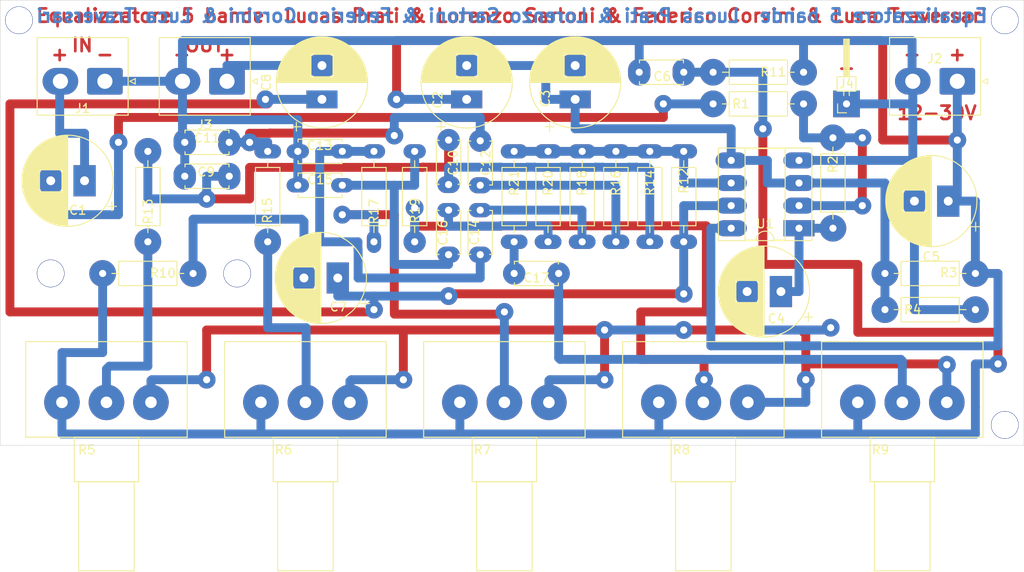
<source format=kicad_pcb>
(kicad_pcb (version 20211014) (generator pcbnew)
  (title_block (title "Equalizzatore") (date "2022-01-08") (company "Lucas Prati"))
  (layers (0 "F.Cu" signal) (31 "B.Cu" signal) (34 "B.Paste" user) (35 "F.Paste" user) (36 "B.SilkS" user "B.Silkscreen") (37 "F.SilkS" user "F.Silkscreen") (38 "B.Mask" user) (39 "F.Mask" user) (44 "Edge.Cuts" user))
  (net 0 "")
  (net 1 "Net-(C1-Pad2)")
  (net 2 "Net-(C1-Pad1)")
  (net 3 "Net-(C4-Pad2)")
  (net 4 "Net-(C17-Pad1)")
  (net 5 "Net-(C8-Pad2)")
  (net 6 "Net-(C10-Pad2)")
  (net 7 "Net-(C10-Pad1)")
  (net 8 "Net-(C12-Pad2)")
  (net 9 "Net-(C13-Pad2)")
  (net 10 "Net-(C14-Pad2)")
  (net 11 "Net-(C16-Pad2)")
  (net 12 "Net-(C17-Pad2)")
  (net 13 "Net-(R12-Pad1)")
  (net 14 "VDD")
  (net 15 "Net-(C2-Pad2)")
  (net 16 "GND")
  (net 17 "Net-(C4-Pad1)")
  (net 18 "Net-(C6-Pad1)")
  (net 19 "Net-(C7-Pad1)")
  (net 20 "Net-(C7-Pad2)")
  (net 21 "Net-(C11-Pad2)")
  (net 22 "Net-(C15-Pad2)")
  (net 23 "Net-(R1-Pad2)")
  (net 24 "Net-(R13-Pad1)")
  (net 25 "Net-(R15-Pad1)")
  (net 26 "Net-(R17-Pad1)")
  (net 27 "Net-(R19-Pad1)")
  (footprint "Capacitor_THT:CP_Radial_D10.0mm_P3.80mm" (layer "F.Cu") (at 109.474 102.108 180)
    (fp_text reference "C1" (at 0.762 -3.302) (layer "F.SilkS"))
    (fp_text value "100uF")
    (pad "1" thru_hole rect locked (at 0 0 180) (size 2.5 3.5) (drill 1) (layers *.Cu *.Mask) (net 2 "Net-(C1-Pad1)"))
    (pad "2" thru_hole oval locked (at 3.8 0 180) (size 2.5 3.5) (drill 1) (layers *.Cu *.Mask) (net 1 "Net-(C1-Pad2)"))
  )
  (footprint "Capacitor_THT:CP_Radial_D10.0mm_P3.80mm" (layer "F.Cu") (at 187.706 114.554 180)
    (fp_text reference "C4" (at 0.508 -3.048) (layer "F.SilkS"))
    (fp_text value "100uF")
    (pad "1" thru_hole rect locked (at 0 0 180) (size 2.5 3.5) (drill 1) (layers *.Cu *.Mask) (net 17 "Net-(C4-Pad1)"))
    (pad "2" thru_hole oval locked (at 3.8 0 180) (size 2.5 3.5) (drill 1) (layers *.Cu *.Mask) (net 3 "Net-(C4-Pad2)"))
  )
  (footprint "Capacitor_THT:CP_Radial_D10.0mm_P3.80mm" (layer "F.Cu") (at 164.592 92.964 90)
    (fp_text reference "C3" (at 0.096353 -3.363001 90) (layer "F.SilkS"))
    (fp_text value "100uF")
    (pad "1" thru_hole rect locked (at 0 0 90) (size 2 3.5) (drill 1) (layers *.Cu *.Mask) (net 15 "Net-(C2-Pad2)"))
    (pad "2" thru_hole oval locked (at 3.8 0 90) (size 2.5 3.5) (drill 1) (layers *.Cu *.Mask) (net 16 "GND"))
  )
  (footprint "Capacitor_THT:CP_Radial_D10.0mm_P3.80mm" (layer "F.Cu") (at 152.4 92.964 90)
    (fp_text reference "C2" (at -0.055647 -3.245001 90) (layer "F.SilkS"))
    (fp_text value "100uF")
    (pad "1" thru_hole rect locked (at 0 0 90) (size 2 3.5) (drill 1) (layers *.Cu *.Mask) (net 14 "VDD"))
    (pad "2" thru_hole oval locked (at 3.8 0 90) (size 2.5 3.5) (drill 1) (layers *.Cu *.Mask) (net 15 "Net-(C2-Pad2)"))
  )
  (footprint "Capacitor_THT:CP_Radial_D10.0mm_P3.80mm" (layer "F.Cu") (at 136.144 92.964 90)
    (fp_text reference "C8" (at 1.9 -6.25 90) (layer "F.SilkS"))
    (fp_text value "100uF")
    (pad "1" thru_hole rect locked (at 0 0 90) (size 2 3.5) (drill 1) (layers *.Cu *.Mask) (net 19 "Net-(C7-Pad1)"))
    (pad "2" thru_hole oval locked (at 3.8 0 90) (size 2.5 3.5) (drill 1) (layers *.Cu *.Mask) (net 5 "Net-(C8-Pad2)"))
  )
  (footprint "Capacitor_THT:CP_Radial_D10.0mm_P3.80mm" (layer "F.Cu") (at 137.922 113.03 180)
    (fp_text reference "C7" (at -0.075647 -3.243001) (layer "F.SilkS"))
    (fp_text value "470uF")
    (pad "1" thru_hole rect locked (at 0 0 180) (size 2.5 3.5) (drill 1) (layers *.Cu *.Mask) (net 19 "Net-(C7-Pad1)"))
    (pad "2" thru_hole oval locked (at 3.8 0 180) (size 2.5 3.5) (drill 1) (layers *.Cu *.Mask) (net 20 "Net-(C7-Pad2)"))
  )
  (footprint "Capacitor_THT:C_Disc_D4.7mm_W2.5mm_P5.00mm" (layer "F.Cu") (at 176.784 89.916 180)
    (fp_text reference "C6" (at 2.406999 -0.471001) (layer "F.SilkS"))
    (fp_text value "1nF")
    (pad "1" thru_hole oval locked (at 0 0 180) (size 2.5 3) (drill 0.8) (layers *.Cu *.Mask) (net 18 "Net-(C6-Pad1)"))
    (pad "2" thru_hole oval locked (at 5 0 180) (size 2.5 3) (drill 0.8) (layers *.Cu *.Mask) (net 16 "GND"))
  )
  (footprint "Capacitor_THT:CP_Radial_D10.0mm_P3.80mm" (layer "F.Cu") (at 206.502 104.394 180)
    (fp_text reference "C5" (at 1.9 -6.25) (layer "F.SilkS"))
    (fp_text value "1000uF")
    (pad "1" thru_hole rect locked (at 0 0 180) (size 2.5 3.5) (drill 1) (layers *.Cu *.Mask) (net 14 "VDD"))
    (pad "2" thru_hole oval locked (at 3.8 0 180) (size 2.5 3.5) (drill 1) (layers *.Cu *.Mask) (net 16 "GND"))
  )
  (footprint "Resistor_THT:R_Axial_DIN0207_L6.3mm_D2.5mm_P10.16mm_Horizontal" (layer "F.Cu") (at 116.586 108.966 90)
    (fp_text reference "R13" (at 3.396999 0.012999 90) (layer "F.SilkS"))
    (fp_text value "33k")
    (pad "1" thru_hole circle locked (at 0 0 90) (size 3 3) (drill 0.8) (layers *.Cu *.Mask) (net 24 "Net-(R13-Pad1)"))
    (pad "2" thru_hole circle locked (at 10.16 0 90) (size 3 3) (drill 0.8) (layers *.Cu *.Mask) (net 7 "Net-(C10-Pad1)"))
  )
  (footprint "Resistor_THT:R_Axial_DIN0207_L6.3mm_D2.5mm_P10.16mm_Horizontal" (layer "F.Cu") (at 141.986 108.966 90)
    (fp_text reference "R17" (at 3.396999 -0.001001 90) (layer "F.SilkS"))
    (fp_text value "33k")
    (pad "1" thru_hole oval locked (at 0 0 90) (size 2.5 1.6) (drill 0.8) (layers *.Cu *.Mask) (net 26 "Net-(R17-Pad1)"))
    (pad "2" thru_hole oval locked (at 10.16 0 90) (size 1.6 2.5) (drill 0.8) (layers *.Cu *.Mask) (net 9 "Net-(C13-Pad2)"))
  )
  (footprint "Potentiometer_THT:Potentiometer_Alps_RK163_Single_Horizontal" (layer "F.Cu") (at 151.638 127 -90)
    (fp_text reference "R7" (at 5.334 -2.54 180) (layer "F.SilkS"))
    (fp_text value "22k")
    (pad "1" thru_hole circle locked (at 0 0 270) (size 4 4) (drill 1.3) (layers *.Cu *.Mask) (net 18 "Net-(C6-Pad1)"))
    (pad "2" thru_hole circle locked (at 0 -5 270) (size 4 4) (drill 1.3) (layers *.Cu *.Mask) (net 26 "Net-(R17-Pad1)"))
    (pad "3" thru_hole circle locked (at 0 -10 270) (size 4 4) (drill 1.3) (layers *.Cu *.Mask) (net 3 "Net-(C4-Pad2)"))
  )
  (footprint "Resistor_THT:R_Axial_DIN0207_L6.3mm_D2.5mm_P10.16mm_Horizontal" (layer "F.Cu") (at 161.544 108.966 90)
    (fp_text reference "R20" (at 6.604 0 90) (layer "F.SilkS"))
    (fp_text value "33k")
    (pad "1" thru_hole oval locked (at 0 0 90) (size 1.6 3) (drill 0.8) (layers *.Cu *.Mask) (net 11 "Net-(C16-Pad2)"))
    (pad "2" thru_hole oval locked (at 10.16 0 90) (size 1.6 3) (drill 0.8) (layers *.Cu *.Mask) (net 13 "Net-(R12-Pad1)"))
  )
  (footprint "Resistor_THT:R_Axial_DIN0207_L6.3mm_D2.5mm_P10.16mm_Horizontal" (layer "F.Cu") (at 146.558 108.966 90)
    (fp_text reference "R19" (at 3.498999 0.040999 90) (layer "F.SilkS"))
    (fp_text value "33k")
    (pad "1" thru_hole circle locked (at 0 0 90) (size 2.5 2.5) (drill 0.8) (layers *.Cu *.Mask) (net 27 "Net-(R19-Pad1)"))
    (pad "2" thru_hole oval locked (at 10.16 0 90) (size 1.6 2.5) (drill 0.8) (layers *.Cu *.Mask) (net 22 "Net-(C15-Pad2)"))
  )
  (footprint "Potentiometer_THT:Potentiometer_Alps_RK163_Single_Horizontal" (layer "F.Cu") (at 129.286 127 -90)
    (fp_text reference "R6" (at 5.334 -2.54 180) (layer "F.SilkS"))
    (fp_text value "22k")
    (pad "1" thru_hole circle locked (at 0 0 270) (size 4 4) (drill 1.3) (layers *.Cu *.Mask) (net 18 "Net-(C6-Pad1)"))
    (pad "2" thru_hole circle locked (at 0 -5 270) (size 4 4) (drill 1.3) (layers *.Cu *.Mask) (net 25 "Net-(R15-Pad1)"))
    (pad "3" thru_hole circle locked (at 0 -10 270) (size 4 4) (drill 1.3) (layers *.Cu *.Mask) (net 3 "Net-(C4-Pad2)"))
  )
  (footprint "Resistor_THT:R_Axial_DIN0207_L6.3mm_D2.5mm_P10.16mm_Horizontal" (layer "F.Cu") (at 169.164 108.966 90)
    (fp_text reference "R16" (at 6.604 0 90) (layer "F.SilkS"))
    (fp_text value "33k")
    (pad "1" thru_hole oval locked (at 0 0 90) (size 1.6 3) (drill 0.8) (layers *.Cu *.Mask) (net 8 "Net-(C12-Pad2)"))
    (pad "2" thru_hole oval locked (at 10.16 0 90) (size 1.6 3) (drill 0.8) (layers *.Cu *.Mask) (net 13 "Net-(R12-Pad1)"))
  )
  (footprint "Resistor_THT:R_Axial_DIN0207_L6.3mm_D2.5mm_P10.16mm_Horizontal" (layer "F.Cu") (at 121.666 112.522 180)
    (fp_text reference "R10" (at 3.396999 0.040999) (layer "F.SilkS"))
    (fp_text value "4.7k")
    (pad "1" thru_hole circle locked (at 0 0 180) (size 3 3) (drill 0.8) (layers *.Cu *.Mask) (net 20 "Net-(C7-Pad2)"))
    (pad "2" thru_hole circle locked (at 10.16 0 180) (size 3 3) (drill 0.8) (layers *.Cu *.Mask) (net 18 "Net-(C6-Pad1)"))
  )
  (footprint "Resistor_THT:R_Axial_DIN0207_L6.3mm_D2.5mm_P10.16mm_Horizontal" (layer "F.Cu") (at 165.379001 108.966 90)
    (fp_text reference "R18" (at 6.604 -0.025001 90) (layer "F.SilkS"))
    (fp_text value "33k")
    (pad "1" thru_hole oval locked (at 0 0 90) (size 1.6 3) (drill 0.8) (layers *.Cu *.Mask) (net 10 "Net-(C14-Pad2)"))
    (pad "2" thru_hole oval locked (at 10.16 0 90) (size 1.6 3) (drill 0.8) (layers *.Cu *.Mask) (net 13 "Net-(R12-Pad1)"))
  )
  (footprint "Resistor_THT:R_Axial_DIN0207_L6.3mm_D2.5mm_P10.16mm_Horizontal" (layer "F.Cu") (at 176.784 98.806 -90)
    (fp_text reference "R12" (at 3.302 0 90) (layer "F.SilkS"))
    (fp_text value "220k")
    (pad "1" thru_hole oval locked (at 0 0 270) (size 1.6 3) (drill 0.8) (layers *.Cu *.Mask) (net 13 "Net-(R12-Pad1)"))
    (pad "2" thru_hole oval locked (at 10.16 0 270) (size 1.6 3) (drill 0.8) (layers *.Cu *.Mask) (net 19 "Net-(C7-Pad1)"))
  )
  (footprint "Resistor_THT:R_Axial_DIN0207_L6.3mm_D2.5mm_P10.16mm_Horizontal" (layer "F.Cu") (at 190.246 89.916 180)
    (fp_text reference "R11" (at 3.396999 0.026999) (layer "F.SilkS"))
    (fp_text value "4.7k")
    (pad "1" thru_hole circle locked (at 0 0 180) (size 3 3) (drill 0.8) (layers *.Cu *.Mask) (net 16 "GND"))
    (pad "2" thru_hole circle locked (at 10.16 0 180) (size 3 3) (drill 0.8) (layers *.Cu *.Mask) (net 18 "Net-(C6-Pad1)"))
  )
  (footprint "Package_DIP:DIP-8_W7.62mm_Socket_LongPads" (layer "F.Cu") (at 189.738 107.442 180)
    (fp_text reference "U1" (at 3.81 0.508) (layer "F.SilkS"))
    (fp_text value "NE5532")
    (pad "1" thru_hole rect locked (at 0 0 180) (size 3.5 1.8) (drill 0.8) (layers *.Cu *.Mask) (net 17 "Net-(C4-Pad1)"))
    (pad "2" thru_hole oval locked (at 0 2.54 180) (size 3.5 1.8) (drill 0.8) (layers *.Cu *.Mask) (net 23 "Net-(R1-Pad2)"))
    (pad "3" thru_hole oval locked (at 0 5.08 180) (size 3.5 1.8) (drill 0.8) (layers *.Cu *.Mask) (net 15 "Net-(C2-Pad2)"))
    (pad "4" thru_hole oval locked (at 0 7.62 180) (size 3.5 1.8) (drill 0.8) (layers *.Cu *.Mask) (net 16 "GND"))
    (pad "5" thru_hole oval locked (at 7.62 7.62 180) (size 3.5 1.8) (drill 0.8) (layers *.Cu *.Mask) (net 15 "Net-(C2-Pad2)"))
    (pad "6" thru_hole oval locked (at 7.62 5.08 180) (size 3.5 1.8) (drill 0.8) (layers *.Cu *.Mask) (net 13 "Net-(R12-Pad1)"))
    (pad "7" thru_hole oval locked (at 7.62 2.54 180) (size 3.5 1.8) (drill 0.8) (layers *.Cu *.Mask) (net 19 "Net-(C7-Pad1)"))
    (pad "8" thru_hole oval locked (at 7.62 0 180) (size 3.5 1.8) (drill 0.8) (layers *.Cu *.Mask) (net 14 "VDD"))
  )
  (footprint "Resistor_THT:R_Axial_DIN0207_L6.3mm_D2.5mm_P10.16mm_Horizontal" (layer "F.Cu") (at 157.734 108.966 90)
    (fp_text reference "R21" (at 6.604 0 90) (layer "F.SilkS"))
    (fp_text value "56k")
    (pad "1" thru_hole oval locked (at 0 0 90) (size 1.6 3) (drill 0.8) (layers *.Cu *.Mask) (net 12 "Net-(C17-Pad2)"))
    (pad "2" thru_hole oval locked (at 10.16 0 90) (size 1.6 3) (drill 0.8) (layers *.Cu *.Mask) (net 13 "Net-(R12-Pad1)"))
  )
  (footprint "Resistor_THT:R_Axial_DIN0207_L6.3mm_D2.5mm_P10.16mm_Horizontal" (layer "F.Cu") (at 172.974 108.966 90)
    (fp_text reference "R14" (at 6.604 0 90) (layer "F.SilkS"))
    (fp_text value "33k")
    (pad "1" thru_hole oval locked (at 0 0 90) (size 1.6 3) (drill 0.8) (layers *.Cu *.Mask) (net 6 "Net-(C10-Pad2)"))
    (pad "2" thru_hole oval locked (at 10.16 0 90) (size 1.6 3) (drill 0.8) (layers *.Cu *.Mask) (net 13 "Net-(R12-Pad1)"))
  )
  (footprint "Resistor_THT:R_Axial_DIN0207_L6.3mm_D2.5mm_P10.16mm_Horizontal" (layer "F.Cu") (at 130.048 108.966 90)
    (fp_text reference "R15" (at 3.522999 -0.039001 90) (layer "F.SilkS"))
    (fp_text value "33k")
    (pad "1" thru_hole circle locked (at 0 0 90) (size 3 3) (drill 0.8) (layers *.Cu *.Mask) (net 25 "Net-(R15-Pad1)"))
    (pad "2" thru_hole oval locked (at 10.16 0 90) (size 1.6 3) (drill 0.8) (layers *.Cu *.Mask) (net 21 "Net-(C11-Pad2)"))
  )
  (footprint "Potentiometer_THT:Potentiometer_Alps_RK163_Single_Horizontal" (layer "F.Cu") (at 196.342 127 -90)
    (fp_text reference "R9" (at 5.334 -2.54 180) (layer "F.SilkS"))
    (fp_text value "22k")
    (pad "1" thru_hole circle locked (at 0 0 270) (size 4 4) (drill 1.3) (layers *.Cu *.Mask) (net 18 "Net-(C6-Pad1)"))
    (pad "2" thru_hole circle locked (at 0 -5 270) (size 4 4) (drill 1.3) (layers *.Cu *.Mask) (net 4 "Net-(C17-Pad1)"))
    (pad "3" thru_hole circle locked (at 0 -10 270) (size 4 4) (drill 1.3) (layers *.Cu *.Mask) (net 3 "Net-(C4-Pad2)"))
  )
  (footprint "Potentiometer_THT:Potentiometer_Alps_RK163_Single_Horizontal" (layer "F.Cu") (at 173.99 127 -90)
    (fp_text reference "R8" (at 5.334 -2.54 180) (layer "F.SilkS"))
    (fp_text value "22k")
    (pad "1" thru_hole circle locked (at 0 0 270) (size 4 4) (drill 1.3) (layers *.Cu *.Mask) (net 18 "Net-(C6-Pad1)"))
    (pad "2" thru_hole circle locked (at 0 -5 270) (size 4 4) (drill 1.3) (layers *.Cu *.Mask) (net 27 "Net-(R19-Pad1)"))
    (pad "3" thru_hole circle locked (at 0 -10 270) (size 4 4) (drill 1.3) (layers *.Cu *.Mask) (net 3 "Net-(C4-Pad2)"))
  )
  (footprint "Connector_JST:JST_NV_B02P-NV_1x02_P5.00mm_Vertical" (layer "F.Cu") (at 125.476 90.932 180)
    (fp_text reference "J3" (at 2.5 -4.9) (layer "F.SilkS"))
    (fp_text value "AUDIO OUT")
    (pad "1" thru_hole roundrect locked (at 0 0 180) (size 4 3) (drill 1.7) (layers *.Cu *.Mask) (roundrect_rratio 0.093) (net 5 "Net-(C8-Pad2)"))
    (pad "2" thru_hole oval locked (at 5 0 180) (size 4 3) (drill 1.7) (layers *.Cu *.Mask) (net 16 "GND"))
  )
  (footprint "Capacitor_THT:C_Disc_D4.7mm_W2.5mm_P5.00mm" (layer "F.Cu") (at 162.734 112.522 180)
    (fp_text reference "C17" (at 2.5 -0.495001) (layer "F.SilkS"))
    (fp_text value "1nF")
    (pad "1" thru_hole circle locked (at 0 0 180) (size 2.5 2.5) (drill 0.8) (layers *.Cu *.Mask) (net 4 "Net-(C17-Pad1)"))
    (pad "2" thru_hole circle locked (at 5 0 180) (size 2.5 2.5) (drill 0.8) (layers *.Cu *.Mask) (net 12 "Net-(C17-Pad2)"))
  )
  (footprint "Capacitor_THT:C_Disc_D4.7mm_W2.5mm_P5.00mm" (layer "F.Cu") (at 133.43 98.806)
    (fp_text reference "C13" (at 2.462999 -0.667001) (layer "F.SilkS"))
    (fp_text value "4.7nF")
    (pad "1" thru_hole oval locked (at 0 0) (size 2.5 1.6) (drill 0.8) (layers *.Cu *.Mask) (net 16 "GND"))
    (pad "2" thru_hole oval locked (at 5 0) (size 2.5 1.6) (drill 0.8) (layers *.Cu *.Mask) (net 9 "Net-(C13-Pad2)"))
  )
  (footprint "Capacitor_THT:C_Disc_D4.7mm_W2.5mm_P5.00mm" (layer "F.Cu") (at 153.924 97.616 -90)
    (fp_text reference "C12" (at 2.486999 -0.631001 90) (layer "F.SilkS"))
    (fp_text value "15nF")
    (pad "1" thru_hole circle locked (at 0 0 270) (size 2.5 2.5) (drill 0.8) (layers *.Cu *.Mask) (net 21 "Net-(C11-Pad2)"))
    (pad "2" thru_hole oval locked (at 5 0 270) (size 1.8 2.5) (drill 0.8) (layers *.Cu *.Mask) (net 8 "Net-(C12-Pad2)"))
  )
  (footprint "Connector_PinHeader_2.00mm:PinHeader_1x01_P2.00mm_Horizontal" (layer "F.Cu") (at 195.072 93.472 90)
    (fp_text reference "J4" (at 2.286 0 180) (layer "F.SilkS"))
    (fp_text value "GND ausiliario")
    (pad "1" thru_hole rect locked (at 0 0 90) (size 3 3) (drill 0.8) (layers *.Cu *.Mask) (net 16 "GND"))
  )
  (footprint "Capacitor_THT:C_Disc_D4.7mm_W2.5mm_P5.00mm" (layer "F.Cu") (at 133.43 102.616)
    (fp_text reference "C15" (at 2.5 -0.631001) (layer "F.SilkS"))
    (fp_text value "1nF")
    (pad "1" thru_hole oval locked (at 0 0) (size 2.5 1.6) (drill 0.8) (layers *.Cu *.Mask) (net 16 "GND"))
    (pad "2" thru_hole oval locked (at 5 0) (size 2.5 1.6) (drill 0.8) (layers *.Cu *.Mask) (net 22 "Net-(C15-Pad2)"))
  )
  (footprint "Resistor_THT:R_Axial_DIN0207_L6.3mm_D2.5mm_P10.16mm_Horizontal" (layer "F.Cu") (at 209.55 112.522 180)
    (fp_text reference "R3" (at 2.990999 0.082999) (layer "F.SilkS"))
    (fp_text value "47k")
    (pad "1" thru_hole circle locked (at 0 0 180) (size 3 3) (drill 0.8) (layers *.Cu *.Mask) (net 14 "VDD"))
    (pad "2" thru_hole circle locked (at 10.16 0 180) (size 3 3) (drill 0.8) (layers *.Cu *.Mask) (net 15 "Net-(C2-Pad2)"))
  )
  (footprint "Resistor_THT:R_Axial_DIN0207_L6.3mm_D2.5mm_P10.16mm_Horizontal" (layer "F.Cu") (at 180.086 93.472)
    (fp_text reference "R1" (at 3.116999 -0.011001) (layer "F.SilkS"))
    (fp_text value "47k")
    (pad "1" thru_hole circle locked (at 0 0) (size 3 3) (drill 0.8) (layers *.Cu *.Mask) (net 1 "Net-(C1-Pad2)"))
    (pad "2" thru_hole circle locked (at 10.16 0) (size 3 3) (drill 0.8) (layers *.Cu *.Mask) (net 23 "Net-(R1-Pad2)"))
  )
  (footprint "Capacitor_THT:C_Disc_D4.7mm_W2.5mm_P5.00mm" (layer "F.Cu") (at 153.924 110.41 90)
    (fp_text reference "C14" (at 2.496999 -0.653001 90) (layer "F.SilkS"))
    (fp_text value "4.7nF")
    (pad "1" thru_hole oval locked (at 0 0 90) (size 1.8 2.5) (drill 0.8) (layers *.Cu *.Mask) (net 9 "Net-(C13-Pad2)"))
    (pad "2" thru_hole oval locked (at 5 0 90) (size 1.6 2.5) (drill 0.8) (layers *.Cu *.Mask) (net 10 "Net-(C14-Pad2)"))
  )
  (footprint "Connector_JST:JST_NV_B02P-NV_1x02_P5.00mm_Vertical" (layer "F.Cu") (at 207.518 90.932 180)
    (fp_text reference "J2" (at 2.54 2.54) (layer "F.SilkS"))
    (fp_text value "VDD stab. 12-30V")
    (pad "1" thru_hole roundrect locked (at 0 0 180) (size 4 3) (drill 1.7) (layers *.Cu *.Mask) (roundrect_rratio 0.093) (net 14 "VDD"))
    (pad "2" thru_hole oval locked (at 5 0 180) (size 4 3) (drill 1.7) (layers *.Cu *.Mask) (net 16 "GND"))
  )
  (footprint "Capacitor_THT:C_Disc_D4.7mm_W2.5mm_P5.00mm" (layer "F.Cu") (at 150.368 110.41 90)
    (fp_text reference "C16" (at 2.474999 -0.653001 90) (layer "F.SilkS"))
    (fp_text value "1nF")
    (pad "1" thru_hole oval locked (at 0 0 90) (size 1.8 2.5) (drill 0.8) (layers *.Cu *.Mask) (net 22 "Net-(C15-Pad2)"))
    (pad "2" thru_hole oval locked (at 5 0 90) (size 1.6 2.5) (drill 0.8) (layers *.Cu *.Mask) (net 11 "Net-(C16-Pad2)"))
  )
  (footprint "Capacitor_THT:C_Disc_D4.7mm_W2.5mm_P5.00mm" (layer "F.Cu") (at 120.73 97.79)
    (fp_text reference "C11" (at 2.5 -0.491001) (layer "F.SilkS"))
    (fp_text value "15nF")
    (pad "1" thru_hole oval locked (at 0 0) (size 2.5 3) (drill 0.8) (layers *.Cu *.Mask) (net 16 "GND"))
    (pad "2" thru_hole oval locked (at 5 0) (size 2.5 3) (drill 0.8) (layers *.Cu *.Mask) (net 21 "Net-(C11-Pad2)"))
  )
  (footprint "Capacitor_THT:C_Disc_D4.7mm_W2.5mm_P5.00mm" (layer "F.Cu") (at 150.368 97.536 -90)
    (fp_text reference "C10" (at 2.54 -0.508 90) (layer "F.SilkS"))
    (fp_text value "470nF")
    (pad "1" thru_hole circle locked (at 0 0 270) (size 2.5 2.5) (drill 0.8) (layers *.Cu *.Mask) (net 7 "Net-(C10-Pad1)"))
    (pad "2" thru_hole oval locked (at 5 0 270) (size 1.9 2.5) (drill 0.8) (layers *.Cu *.Mask) (net 6 "Net-(C10-Pad2)"))
  )
  (footprint "Resistor_THT:R_Axial_DIN0207_L6.3mm_D2.5mm_P10.16mm_Horizontal" (layer "F.Cu") (at 199.39 116.586)
    (fp_text reference "R4" (at 3.116999 0.002999) (layer "F.SilkS"))
    (fp_text value "47k")
    (pad "1" thru_hole circle locked (at 0 0) (size 3 3) (drill 0.8) (layers *.Cu *.Mask) (net 15 "Net-(C2-Pad2)"))
    (pad "2" thru_hole circle locked (at 10.16 0) (size 3 3) (drill 0.8) (layers *.Cu *.Mask) (net 16 "GND"))
  )
  (footprint "Potentiometer_THT:Potentiometer_Alps_RK163_Single_Horizontal" (layer "F.Cu") (at 106.934 127 -90)
    (fp_text reference "R5" (at 5.334 -2.794 180) (layer "F.SilkS"))
    (fp_text value "22k")
    (pad "1" thru_hole circle locked (at 0 0 270) (size 4 4) (drill 1.3) (layers *.Cu *.Mask) (net 18 "Net-(C6-Pad1)"))
    (pad "2" thru_hole circle locked (at 0 -5 270) (size 4 4) (drill 1.3) (layers *.Cu *.Mask) (net 24 "Net-(R13-Pad1)"))
    (pad "3" thru_hole circle locked (at 0 -10 270) (size 4 4) (drill 1.3) (layers *.Cu *.Mask) (net 3 "Net-(C4-Pad2)"))
  )
  (footprint "Resistor_THT:R_Axial_DIN0207_L6.3mm_D2.5mm_P10.16mm_Horizontal" (layer "F.Cu") (at 193.548 97.282 -90)
    (fp_text reference "R2" (at 2.990999 -0.001001 90) (layer "F.SilkS"))
    (fp_text value "100k")
    (pad "1" thru_hole circle locked (at 0 0 270) (size 3 3) (drill 0.8) (layers *.Cu *.Mask) (net 23 "Net-(R1-Pad2)"))
    (pad "2" thru_hole circle locked (at 10.16 0 270) (size 3 3) (drill 0.8) (layers *.Cu *.Mask) (net 17 "Net-(C4-Pad1)"))
  )
  (footprint "Capacitor_THT:C_Disc_D4.7mm_W2.5mm_P5.00mm" (layer "F.Cu") (at 120.73 101.6)
    (fp_text reference "C9" (at 2.406999 -0.485001) (layer "F.SilkS"))
    (fp_text value "47nF")
    (pad "1" thru_hole oval locked (at 0 0) (size 2.5 3) (drill 0.8) (layers *.Cu *.Mask) (net 16 "GND"))
    (pad "2" thru_hole oval locked (at 5 0) (size 2.5 3) (drill 0.8) (layers *.Cu *.Mask) (net 7 "Net-(C10-Pad1)"))
  )
  (footprint "Connector_JST:JST_NV_B02P-NV_1x02_P5.00mm_Vertical" (layer "F.Cu") (at 111.76 90.932 180)
    (fp_text reference "J1" (at 2.5 -3.048) (layer "F.SilkS"))
    (fp_text value "Audio IN")
    (pad "1" thru_hole roundrect locked (at 0 0 180) (size 4 3) (drill 1.7) (layers *.Cu *.Mask) (roundrect_rratio 0.093) (net 16 "GND"))
    (pad "2" thru_hole oval locked (at 5 0 180) (size 4 3) (drill 1.7) (layers *.Cu *.Mask) (net 2 "Net-(C1-Pad1)"))
  )
  (gr_line (start 100 81.826) (end 215 81.826) (layer "Edge.Cuts") (width 0.05))
  (gr_line (start 100 131.826) (end 215 131.826) (layer "Edge.Cuts") (width 0.05))
  (gr_line (start 100 81.826) (end 100 131.826) (layer "Edge.Cuts") (width 0.05))
  (gr_line (start 215 131.826) (end 215 81.826) (layer "Edge.Cuts") (width 0.05))
  (gr_text "Equalizzatore 5 bande  Lucas Prati & Lorenzo Sartoni & Federico Corvini & Luca Traversari" (at 157.48 83.566) (layer "F.Cu") (effects (font (size 1.5 1.5) (thickness 0.3))))
  (gr_text "-" (at 202.438 87.884) (layer "F.Cu") (effects (font (size 1.5 1.5) (thickness 0.3))))
  (gr_text "+" (at 125.476 87.884) (layer "F.Cu") (effects (font (size 1.5 1.5) (thickness 0.3))))
  (gr_text "+" (at 207.518 87.884) (layer "F.Cu") (effects (font (size 1.5 1.5) (thickness 0.3))))
  (gr_text "OUT" (at 122.936 86.868) (layer "F.Cu") (effects (font (size 1.5 1.5) (thickness 0.3))))
  (gr_text "-" (at 195.072 89.408) (layer "F.Cu") (effects (font (size 1.5 1.5) (thickness 0.3))))
  (gr_text "-" (at 120.396 87.884) (layer "F.Cu") (effects (font (size 1.5 1.5) (thickness 0.3))))
  (gr_text "12-30V" (at 205.232 94.488) (layer "F.Cu") (effects (font (size 1.5 1.5) (thickness 0.3))))
  (gr_text "+" (at 106.68 87.884) (layer "F.Cu") (effects (font (size 1.5 1.5) (thickness 0.3))))
  (gr_text "-" (at 111.76 87.884) (layer "F.Cu") (effects (font (size 1.5 1.5) (thickness 0.3))))
  (gr_text "IN" (at 109.22 86.868) (layer "F.Cu") (effects (font (size 1.5 1.5) (thickness 0.3))))
  (gr_text "Equalizzatore 5 bande  Lucas Prati & Lorenzo Sartoni & Federico Corvini & Luca Traversari" (at 157.48 83.566) (layer "B.Cu") (effects (font (size 1.5 1.5) (thickness 0.3)) (justify mirror)))
  (via (at 212.852 129.54) (size 3.1) (drill 3) (layers "F.Cu" "B.Cu") (net 0))
  (via (at 102.108 84.074) (size 3.1) (drill 3) (layers "F.Cu" "B.Cu") (net 0))
  (via (at 126.619 112.522) (size 3.1) (drill 3) (layers "F.Cu" "B.Cu") (net 0))
  (via (at 105.664 112.522) (size 3.1) (drill 3) (layers "F.Cu" "B.Cu") (net 0))
  (via (at 212.852 84.074) (size 3.1) (drill 3) (layers "F.Cu" "B.Cu") (net 0))
  (segment (start 174.498 94.996) (end 113.284 94.996) (width 1) (layer "F.Cu") (net 1))
  (segment (start 113.284 95.504) (end 113.284 97.79) (width 1) (layer "F.Cu") (net 1))
  (segment (start 113.284 95.504) (end 113.284 95.22601) (width 1) (layer "F.Cu") (net 1))
  (segment (start 174.498 93.472) (end 174.498 94.996) (width 1) (layer "F.Cu") (net 1))
  (via (at 174.498 93.472) (size 2) (drill 0.8) (layers "F.Cu" "B.Cu") (net 1))
  (via (at 113.284 97.79) (size 2) (drill 0.8) (layers "F.Cu" "B.Cu") (net 1))
  (segment (start 180.086 93.472) (end 174.498 93.472) (width 1) (layer "B.Cu") (net 1))
  (segment (start 105.674 102.108) (end 105.674 105.908) (width 1) (layer "B.Cu") (net 1))
  (segment (start 105.674 105.908) (end 105.684 105.918) (width 1) (layer "B.Cu") (net 1))
  (segment (start 105.744 102.028) (end 105.664 102.108) (width 1) (layer "B.Cu") (net 1))
  (segment (start 105.684 105.918) (end 113.284 105.918) (width 1) (layer "B.Cu") (net 1))
  (segment (start 113.284 105.918) (end 113.284 97.79) (width 1) (layer "B.Cu") (net 1))
  (segment (start 106.68 91.012) (end 106.76 90.932) (width 1) (layer "B.Cu") (net 2))
  (segment (start 109.474 96.774) (end 106.68 96.774) (width 1) (layer "B.Cu") (net 2))
  (segment (start 109.474 102.108) (end 109.474 96.774) (width 1) (layer "B.Cu") (net 2))
  (segment (start 106.68 96.774) (end 106.68 91.012) (width 1) (layer "B.Cu") (net 2))
  (segment (start 193.04 118.872) (end 193.294 118.618) (width 1) (layer "F.Cu") (net 3))
  (segment (start 189.992 118.872) (end 190.5 118.872) (width 1) (layer "F.Cu") (net 3))
  (segment (start 190.246 119.126) (end 190.5 118.872) (width 1) (layer "F.Cu") (net 3))
  (segment (start 176.784 118.872) (end 189.992 118.872) (width 1) (layer "F.Cu") (net 3))
  (segment (start 190.5 118.872) (end 193.04 118.872) (width 1) (layer "F.Cu") (net 3))
  (segment (start 123.19 118.872) (end 145.288 118.872) (width 1) (layer "F.Cu") (net 3))
  (segment (start 189.992 118.872) (end 190.246 119.126) (width 1) (layer "F.Cu") (net 3))
  (segment (start 145.288 118.872) (end 167.894 118.872) (width 1) (layer "F.Cu") (net 3))
  (segment (start 190.5 118.872) (end 190.5 122.682) (width 1) (layer "F.Cu") (net 3))
  (segment (start 123.19 118.872) (end 123.19 124.46) (width 1) (layer "F.Cu") (net 3))
  (segment (start 190.5 122.682) (end 206.248 122.682) (width 1) (layer "F.Cu") (net 3))
  (segment (start 145.288 124.46) (end 145.288 118.872) (width 1) (layer "F.Cu") (net 3))
  (segment (start 167.894 124.46) (end 167.894 118.872) (width 1) (layer "F.Cu") (net 3))
  (segment (start 190.5 122.682) (end 190.5 124.206) (width 1) (layer "F.Cu") (net 3))
  (segment (start 190.5 124.206) (end 190.246 124.46) (width 1) (layer "F.Cu") (net 3))
  (via (at 190.5 124.46) (size 2) (drill 0.8) (layers "F.Cu" "B.Cu") (net 3))
  (via (at 193.294 118.618) (size 2) (drill 0.8) (layers "F.Cu" "B.Cu") (net 3))
  (via (at 167.894 118.872) (size 2) (drill 0.8) (layers "F.Cu" "B.Cu") (net 3))
  (via (at 167.894 124.46) (size 2) (drill 0.8) (layers "F.Cu" "B.Cu") (net 3))
  (via (at 145.288 124.46) (size 2) (drill 0.8) (layers "F.Cu" "B.Cu") (net 3))
  (via (at 176.784 118.872) (size 2) (drill 0.8) (layers "F.Cu" "B.Cu") (net 3))
  (via (at 123.19 124.46) (size 2) (drill 0.8) (layers "F.Cu" "B.Cu") (net 3))
  (via (at 206.342 122.776) (size 2) (drill 0.8) (layers "F.Cu" "B.Cu") (net 3))
  (segment (start 183.906 114.554) (end 183.906 118.608) (width 1) (layer "B.Cu") (net 3))
  (segment (start 167.894 118.872) (end 176.784 118.872) (width 1) (layer "B.Cu") (net 3))
  (segment (start 183.896 118.872) (end 193.284 118.872) (width 1) (layer "B.Cu") (net 3))
  (segment (start 183.906 118.608) (end 183.896 118.618) (width 1) (layer "B.Cu") (net 3))
  (segment (start 206.342 122.776) (end 206.342 122.776) (width 1) (layer "B.Cu") (net 3))
  (segment (start 139.286 127) (end 139.286 124.62) (width 1) (layer "B.Cu") (net 3))
  (segment (start 139.286 124.62) (end 139.446 124.46) (width 1) (layer "B.Cu") (net 3))
  (segment (start 161.638 124.554) (end 161.732 124.46) (width 1) (layer "B.Cu") (net 3))
  (segment (start 183.99 127) (end 190.5 127) (width 1) (layer "B.Cu") (net 3))
  (segment (start 139.446 124.46) (end 145.288 124.46) (width 1) (layer "B.Cu") (net 3))
  (segment (start 117.028 124.46) (end 123.19 124.46) (width 1) (layer "B.Cu") (net 3))
  (segment (start 161.732 124.46) (end 167.894 124.46) (width 1) (layer "B.Cu") (net 3))
  (segment (start 116.934 124.554) (end 117.028 124.46) (width 1) (layer "B.Cu") (net 3))
  (segment (start 116.934 127) (end 116.934 124.554) (width 1) (layer "B.Cu") (net 3))
  (segment (start 206.342 127) (end 206.342 122.776) (width 1) (layer "B.Cu") (net 3))
  (segment (start 161.638 127) (end 161.638 124.554) (width 1) (layer "B.Cu") (net 3))
  (segment (start 190.5 127) (end 190.5 124.46) (width 1) (layer "B.Cu") (net 3))
  (segment (start 162.734 122) (end 162.734 112.522) (width 1) (layer "B.Cu") (net 4))
  (segment (start 162.908 122.174) (end 162.734 122) (width 1) (layer "B.Cu") (net 4))
  (segment (start 201.168 122.174) (end 162.908 122.174) (width 1) (layer "B.Cu") (net 4))
  (segment (start 201.168 122.174) (end 201.168 122.428) (width 1) (layer "B.Cu") (net 4))
  (segment (start 201.342 122.348) (end 201.168 122.174) (width 1) (layer "B.Cu") (net 4))
  (segment (start 201.342 127) (end 201.342 122.348) (width 1) (layer "B.Cu") (net 4))
  (segment (start 136.134 89.154) (end 136.144 89.164) (width 1) (layer "B.Cu") (net 5))
  (segment (start 125.476 90.932) (end 125.476 89.154) (width 1) (layer "B.Cu") (net 5))
  (segment (start 125.476 89.154) (end 136.134 89.154) (width 1) (layer "B.Cu") (net 5))
  (segment (start 163.011598 100.584) (end 163.911403 100.584) (width 1) (layer "B.Cu") (net 6))
  (segment (start 163.933413 100.60601) (end 166.824589 100.60601) (width 1) (layer "B.Cu") (net 6))
  (segment (start 162.989588 100.60601) (end 163.011598 100.584) (width 1) (layer "B.Cu") (net 6))
  (segment (start 172.974 100.838) (end 172.974 108.966) (width 1) (layer "B.Cu") (net 6))
  (segment (start 159.201598 100.584) (end 160.076402 100.584) (width 1) (layer "B.Cu") (net 6))
  (segment (start 159.179588 100.60601) (end 159.201598 100.584) (width 1) (layer "B.Cu") (net 6))
  (segment (start 166.846599 100.584) (end 167.696402 100.584) (width 1) (layer "B.Cu") (net 6))
  (segment (start 160.098412 100.60601) (end 162.989588 100.60601) (width 1) (layer "B.Cu") (net 6))
  (segment (start 156.266402 100.584) (end 156.288412 100.60601) (width 1) (layer "B.Cu") (net 6))
  (segment (start 170.609588 100.60601) (end 170.631598 100.584) (width 1) (layer "B.Cu") (net 6))
  (segment (start 171.528412 100.60601) (end 172.74201 100.60601) (width 1) (layer "B.Cu") (net 6))
  (segment (start 170.631598 100.584) (end 171.506402 100.584) (width 1) (layer "B.Cu") (net 6))
  (segment (start 156.288412 100.60601) (end 159.179588 100.60601) (width 1) (layer "B.Cu") (net 6))
  (segment (start 166.824589 100.60601) (end 166.846599 100.584) (width 1) (layer "B.Cu") (net 6))
  (segment (start 160.076402 100.584) (end 160.098412 100.60601) (width 1) (layer "B.Cu") (net 6))
  (segment (start 171.506402 100.584) (end 171.528412 100.60601) (width 1) (layer "B.Cu") (net 6))
  (segment (start 150.368 102.536) (end 150.368 100.584) (width 1) (layer "B.Cu") (net 6))
  (segment (start 150.368 100.584) (end 156.266402 100.584) (width 1) (layer "B.Cu") (net 6))
  (segment (start 167.718412 100.60601) (end 170.609588 100.60601) (width 1) (layer "B.Cu") (net 6))
  (segment (start 167.696402 100.584) (end 167.718412 100.60601) (width 1) (layer "B.Cu") (net 6))
  (segment (start 172.74201 100.60601) (end 172.974 100.838) (width 1) (layer "B.Cu") (net 6))
  (segment (start 163.911403 100.584) (end 163.933413 100.60601) (width 1) (layer "B.Cu") (net 6))
  (segment (start 150.368 97.536) (end 150.368 100.584) (width 1) (layer "F.Cu") (net 7))
  (segment (start 128.038001 100.606001) (end 128.016 100.628002) (width 1) (layer "F.Cu") (net 7))
  (segment (start 128.016 100.628002) (end 128.016 104.14) (width 1) (layer "F.Cu") (net 7))
  (segment (start 150.368 100.584) (end 147.444002 100.584) (width 1) (layer "F.Cu") (net 7))
  (segment (start 128.016 104.14) (end 123.19 104.14) (width 1) (layer "F.Cu") (net 7))
  (segment (start 147.422001 100.606001) (end 128.038001 100.606001) (width 1) (layer "F.Cu") (net 7))
  (segment (start 147.444002 100.584) (end 147.422001 100.606001) (width 1) (layer "F.Cu") (net 7))
  (via (at 123.19 104.14) (size 2) (drill 0.8) (layers "F.Cu" "B.Cu") (net 7))
  (segment (start 125.73 101.6) (end 123.19 101.6) (width 1) (layer "B.Cu") (net 7))
  (segment (start 123.19 101.6) (end 123.19 104.14) (width 1) (layer "B.Cu") (net 7))
  (segment (start 116.586 104.14) (end 116.586 98.806) (width 1) (layer "B.Cu") (net 7))
  (segment (start 123.19 104.14) (end 116.586 104.14) (width 1) (layer "B.Cu") (net 7))
  (segment (start 153.924 102.616) (end 169.164 102.616) (width 1) (layer "B.Cu") (net 8))
  (segment (start 169.164 102.616) (end 169.164 108.966) (width 1) (layer "B.Cu") (net 8))
  (segment (start 140.208 113.03) (end 153.924 113.03) (width 1) (layer "B.Cu") (net 9))
  (segment (start 138.43 98.806) (end 135.89 98.806) (width 1) (layer "B.Cu") (net 9))
  (segment (start 135.89 98.806) (end 135.89 108.966) (width 1) (layer "B.Cu") (net 9))
  (segment (start 153.924 113.03) (end 153.924 110.41) (width 1) (layer "B.Cu") (net 9))
  (segment (start 140.208 109.852002) (end 140.208 113.03) (width 1) (layer "B.Cu") (net 9))
  (segment (start 140.185999 108.966) (end 140.185999 109.830001) (width 1) (layer "B.Cu") (net 9))
  (segment (start 135.89 108.966) (end 140.185999 108.966) (width 1) (layer "B.Cu") (net 9))
  (segment (start 140.185999 109.830001) (end 140.208 109.852002) (width 1) (layer "B.Cu") (net 9))
  (segment (start 138.43 98.806) (end 141.986 98.806) (width 1) (layer "B.Cu") (net 9))
  (segment (start 153.924 105.41) (end 165.354 105.41) (width 1) (layer "B.Cu") (net 10))
  (segment (start 165.354 108.940999) (end 165.379001 108.966) (width 1) (layer "B.Cu") (net 10))
  (segment (start 165.354 105.41) (end 165.354 108.940999) (width 1) (layer "B.Cu") (net 10))
  (segment (start 150.368 107.188) (end 150.390001 107.210001) (width 1) (layer "B.Cu") (net 11))
  (segment (start 150.390001 107.210001) (end 156.143979 107.210001) (width 1) (layer "B.Cu") (net 11))
  (segment (start 156.143979 107.210001) (end 156.187981 107.165999) (width 1) (layer "B.Cu") (net 11))
  (segment (start 156.187981 107.165999) (end 161.521999 107.165999) (width 1) (layer "B.Cu") (net 11))
  (segment (start 161.521999 107.165999) (end 161.544 107.188) (width 1) (layer "B.Cu") (net 11))
  (segment (start 161.544 107.188) (end 161.544 108.966) (width 1) (layer "B.Cu") (net 11))
  (segment (start 150.368 105.41) (end 150.368 107.188) (width 1) (layer "B.Cu") (net 11))
  (segment (start 157.734 112.522) (end 157.734 108.966) (width 1) (layer "B.Cu") (net 12))
  (segment (start 157.734 98.806) (end 161.544 98.806) (width 1) (layer "B.Cu") (net 13))
  (segment (start 161.544 98.806) (end 165.379001 98.806) (width 1) (layer "B.Cu") (net 13))
  (segment (start 169.164 98.806) (end 165.379001 98.806) (width 1) (layer "B.Cu") (net 13))
  (segment (start 172.974 98.806) (end 169.164 98.806) (width 1) (layer "B.Cu") (net 13))
  (segment (start 176.784 98.806) (end 172.974 98.806) (width 1) (layer "B.Cu") (net 13))
  (segment (start 176.784 98.806) (end 176.784 102.362) (width 1) (layer "B.Cu") (net 13))
  (segment (start 176.784 102.362) (end 182.118 102.362) (width 1) (layer "B.Cu") (net 13))
  (segment (start 198.882 86.36) (end 199.136 86.614) (width 1) (layer "F.Cu") (net 14))
  (segment (start 144.526 92.964) (end 144.526 86.36) (width 1) (layer "F.Cu") (net 14))
  (segment (start 144.526 86.36) (end 198.882 86.36) (width 1) (layer "F.Cu") (net 14))
  (segment (start 199.136 97.536) (end 199.136 86.614) (width 1) (layer "F.Cu") (net 14))
  (segment (start 207.518 97.536) (end 199.136 97.536) (width 1) (layer "F.Cu") (net 14))
  (via (at 144.526 92.964) (size 2) (drill 0.8) (layers "F.Cu" "B.Cu") (net 14))
  (via (at 207.518 97.536) (size 2) (drill 0.8) (layers "F.Cu" "B.Cu") (net 14))
  (segment (start 212.09 120.65) (end 212.09 112.522) (width 1) (layer "B.Cu") (net 14))
  (segment (start 179.832 120.65) (end 212.09 120.65) (width 1) (layer "B.Cu") (net 14))
  (segment (start 179.832 107.442) (end 179.832 120.65) (width 1) (layer "B.Cu") (net 14))
  (segment (start 212.09 112.522) (end 209.55 112.522) (width 1) (layer "B.Cu") (net 14))
  (segment (start 182.118 107.442) (end 179.832 107.442) (width 1) (layer "B.Cu") (net 14))
  (segment (start 209.55 112.522) (end 209.55 104.394) (width 1) (layer "B.Cu") (net 14))
  (segment (start 207.772 104.394) (end 209.55 104.394) (width 1) (layer "B.Cu") (net 14))
  (segment (start 207.518 90.932) (end 207.518 97.536) (width 1) (layer "B.Cu") (net 14))
  (segment (start 207.518 104.14) (end 207.772 104.394) (width 1) (layer "B.Cu") (net 14))
  (segment (start 152.4 92.964) (end 144.526 92.964) (width 1) (layer "B.Cu") (net 14))
  (segment (start 207.518 97.536) (end 207.518 104.14) (width 1) (layer "B.Cu") (net 14))
  (segment (start 206.502 104.394) (end 207.772 104.394) (width 1) (layer "B.Cu") (net 14))
  (segment (start 199.39 112.522) (end 199.39 116.586) (width 1) (layer "B.Cu") (net 15))
  (segment (start 164.592 96.266) (end 182.118 96.266) (width 1) (layer "B.Cu") (net 15))
  (segment (start 164.592 92.964) (end 164.592 96.266) (width 1) (layer "B.Cu") (net 15))
  (segment (start 161.29 92.964) (end 164.592 92.964) (width 1) (layer "B.Cu") (net 15))
  (segment (start 161.28 89.164) (end 161.29 89.174) (width 1) (layer "B.Cu") (net 15))
  (segment (start 161.29 89.174) (end 161.29 92.964) (width 1) (layer "B.Cu") (net 15))
  (segment (start 189.738 102.362) (end 199.39 102.362) (width 1) (layer "B.Cu") (net 15))
  (segment (start 186.182 102.362) (end 189.738 102.362) (width 1) (layer "B.Cu") (net 15))
  (segment (start 186.182 99.822) (end 186.182 102.362) (width 1) (layer "B.Cu") (net 15))
  (segment (start 199.39 102.362) (end 199.39 112.522) (width 1) (layer "B.Cu") (net 15))
  (segment (start 152.4 89.164) (end 161.28 89.164) (width 1) (layer "B.Cu") (net 15))
  (segment (start 182.118 96.266) (end 182.118 99.822) (width 1) (layer "B.Cu") (net 15))
  (segment (start 182.118 99.822) (end 186.182 99.822) (width 1) (layer "B.Cu") (net 15))
  (segment (start 202.184 93.472) (end 195.072 93.472) (width 1) (layer "B.Cu") (net 16))
  (segment (start 120.556 95.25) (end 120.476 95.33) (width 1) (layer "B.Cu") (net 16))
  (segment (start 133.43 95.25) (end 120.556 95.25) (width 1) (layer "B.Cu") (net 16))
  (segment (start 133.43 98.806) (end 133.43 95.25) (width 1) (layer "B.Cu") (net 16))
  (segment (start 171.958 86.36) (end 190.5 86.36) (width 1) (layer "B.Cu") (net 16))
  (segment (start 189.738 99.822) (end 202.344 99.822) (width 1) (layer "B.Cu") (net 16))
  (segment (start 202.184 93.472) (end 202.518 93.138) (width 1) (layer "B.Cu") (net 16))
  (segment (start 202.518 93.138) (end 202.518 99.648) (width 1) (layer "B.Cu") (net 16))
  (segment (start 202.518 90.932) (end 202.518 93.138) (width 1) (layer "B.Cu") (net 16))
  (segment (start 133.43 98.806) (end 133.43 102.616) (width 1) (layer "B.Cu") (net 16))
  (segment (start 190.246 86.614) (end 190.5 86.36) (width 1) (layer "B.Cu") (net 16))
  (segment (start 120.476 97.536) (end 120.73 97.79) (width 1) (layer "B.Cu") (net 16))
  (segment (start 120.476 95.33) (end 120.476 97.536) (width 1) (layer "B.Cu") (net 16))
  (segment (start 202.702 104.394) (end 202.702 116.576) (width 1) (layer "B.Cu") (net 16))
  (segment (start 120.556 86.36) (end 164.592 86.36) (width 1) (layer "B.Cu") (net 16))
  (segment (start 120.476 90.932) (end 120.476 86.44) (width 1) (layer "B.Cu") (net 16))
  (segment (start 120.73 97.79) (end 120.73 101.6) (width 1) (layer "B.Cu") (net 16))
  (segment (start 202.438 86.36) (end 202.438 90.852) (width 1) (layer "B.Cu") (net 16))
  (segment (start 171.784 89.916) (end 171.784 86.534) (width 1) (layer "B.Cu") (net 16))
  (segment (start 164.592 86.36) (end 171.958 86.36) (width 1) (layer "B.Cu") (net 16))
  (segment (start 190.246 89.916) (end 190.246 86.614) (width 1) (layer "B.Cu") (net 16))
  (segment (start 190.5 86.36) (end 202.438 86.36) (width 1) (layer "B.Cu") (net 16))
  (segment (start 120.476 90.932) (end 120.476 95.33) (width 1) (layer "B.Cu") (net 16))
  (segment (start 164.592 89.164) (end 164.592 86.36) (width 1) (layer "B.Cu") (net 16))
  (segment (start 202.518 104.21) (end 202.702 104.394) (width 1) (layer "B.Cu") (net 16))
  (segment (start 202.518 99.648) (end 202.518 104.21) (width 1) (layer "B.Cu") (net 16))
  (segment (start 120.476 86.44) (end 120.556 86.36) (width 1) (layer "B.Cu") (net 16))
  (segment (start 202.712 116.586) (end 209.55 116.586) (width 1) (layer "B.Cu") (net 16))
  (segment (start 202.702 116.576) (end 202.712 116.586) (width 1) (layer "B.Cu") (net 16))
  (segment (start 202.438 90.852) (end 202.518 90.932) (width 1) (layer "B.Cu") (net 16))
  (segment (start 202.344 99.822) (end 202.518 99.648) (width 1) (layer "B.Cu") (net 16))
  (segment (start 171.784 86.534) (end 171.958 86.36) (width 1) (layer "B.Cu") (net 16))
  (segment (start 120.476 90.932) (end 111.76 90.932) (width 1) (layer "B.Cu") (net 16))
  (segment (start 193.548 107.442) (end 189.738 107.442) (width 1) (layer "B.Cu") (net 17))
  (segment (start 187.706 114.554) (end 189.738 114.554) (width 1) (layer "B.Cu") (net 17))
  (segment (start 189.738 114.554) (end 189.738 107.442) (width 1) (layer "B.Cu") (net 17))
  (segment (start 185.674 111.506) (end 185.674 96.266) (width 1) (layer "F.Cu") (net 18))
  (segment (start 196.342 111.506) (end 185.674 111.506) (width 1) (layer "F.Cu") (net 18))
  (segment (start 212.09 119.126) (end 196.342 119.126) (width 1) (layer "F.Cu") (net 18))
  (segment (start 196.342 119.126) (end 196.342 111.506) (width 1) (layer "F.Cu") (net 18))
  (segment (start 212.09 119.126) (end 212.09 122.682) (width 1) (layer "F.Cu") (net 18))
  (via (at 185.674 96.266) (size 2) (drill 0.8) (layers "F.Cu" "B.Cu") (net 18))
  (via (at 212.09 122.682) (size 2) (drill 0.8) (layers "F.Cu" "B.Cu") (net 18))
  (segment (start 180.086 89.916) (end 185.674 89.916) (width 1) (layer "B.Cu") (net 18))
  (segment (start 176.784 89.916) (end 180.086 89.916) (width 1) (layer "B.Cu") (net 18))
  (segment (start 185.674 89.916) (end 185.674 96.266) (width 1) (layer "B.Cu") (net 18))
  (segment (start 129.286 130.556) (end 151.638 130.556) (width 1) (layer "B.Cu") (net 18))
  (segment (start 106.934 121.412) (end 106.934 127) (width 1) (layer "B.Cu") (net 18))
  (segment (start 196.342 127) (end 196.342 130.556) (width 1) (layer "B.Cu") (net 18))
  (segment (start 173.99 130.556) (end 151.638 130.556) (width 1) (layer "B.Cu") (net 18))
  (segment (start 196.596 130.556) (end 209.55 130.556) (width 1) (layer "B.Cu") (net 18))
  (segment (start 129.286 130.556) (end 106.934 130.556) (width 1) (layer "B.Cu") (net 18))
  (segment (start 209.55 130.556) (end 209.55 127.508) (width 1) (layer "B.Cu") (net 18))
  (segment (start 106.934 130.556) (end 106.934 127) (width 1) (layer "B.Cu") (net 18))
  (segment (start 209.55 122.682) (end 212.09 122.682) (width 1) (layer "B.Cu") (net 18))
  (segment (start 173.99 130.556) (end 173.99 127) (width 1) (layer "B.Cu") (net 18))
  (segment (start 151.638 130.556) (end 151.638 127) (width 1) (layer "B.Cu") (net 18))
  (segment (start 129.286 127) (end 129.286 130.556) (width 1) (layer "B.Cu") (net 18))
  (segment (start 111.506 112.522) (end 111.506 121.412) (width 1) (layer "B.Cu") (net 18))
  (segment (start 196.342 130.556) (end 173.99 130.556) (width 1) (layer "B.Cu") (net 18))
  (segment (start 111.506 121.412) (end 106.934 121.412) (width 1) (layer "B.Cu") (net 18))
  (segment (start 209.55 127.508) (end 209.55 122.682) (width 1) (layer "B.Cu") (net 18))
  (segment (start 150.598009 114.808) (end 176.553991 114.808) (width 1) (layer "F.Cu") (net 19))
  (segment (start 150.368 115.062) (end 150.598009 114.831991) (width 1) (layer "F.Cu") (net 19))
  (segment (start 141.986 116.586) (end 141.732 116.84) (width 1) (layer "F.Cu") (net 19))
  (segment (start 101.092 116.84) (end 101.092 93.472) (width 1) (layer "F.Cu") (net 19))
  (segment (start 101.092 93.472) (end 130.048 93.472) (width 1) (layer "F.Cu") (net 19))
  (segment (start 141.732 116.84) (end 101.092 116.84) (width 1) (layer "F.Cu") (net 19))
  (via (at 150.368 115.062) (size 2) (drill 0.8) (layers "F.Cu" "B.Cu") (net 19))
  (via (at 129.794 92.964) (size 2) (drill 0.8) (layers "F.Cu" "B.Cu") (net 19))
  (via (at 141.986 116.586) (size 2) (drill 0.8) (layers "F.Cu" "B.Cu") (net 19))
  (via (at 176.784 114.808) (size 2) (drill 0.8) (layers "F.Cu" "B.Cu") (net 19))
  (segment (start 141.986 115.062) (end 150.368 115.062) (width 1) (layer "B.Cu") (net 19))
  (segment (start 176.784 108.966) (end 176.784 114.577991) (width 1) (layer "B.Cu") (net 19))
  (segment (start 141.986 116.586) (end 141.986 116.84) (width 1) (layer "B.Cu") (net 19))
  (segment (start 141.986 115.062) (end 141.986 116.586) (width 1) (layer "B.Cu") (net 19))
  (segment (start 137.922 115.062) (end 141.986 115.062) (width 1) (layer "B.Cu") (net 19))
  (segment (start 136.144 92.964) (end 129.794 92.964) (width 1) (layer "B.Cu") (net 19))
  (segment (start 176.784 114.577991) (end 176.553991 114.808) (width 1) (layer "B.Cu") (net 19))
  (segment (start 182.118 104.902) (end 176.784 104.902) (width 1) (layer "B.Cu") (net 19))
  (segment (start 137.922 113.03) (end 137.922 114.046) (width 1) (layer "B.Cu") (net 19))
  (segment (start 176.784 104.902) (end 176.784 108.966) (width 1) (layer "B.Cu") (net 19))
  (segment (start 137.922 114.046) (end 137.922 115.062) (width 1) (layer "B.Cu") (net 19))
  (segment (start 137.922 112.522) (end 137.922 114.046) (width 1) (layer "B.Cu") (net 19))
  (segment (start 133.858 106.426) (end 121.666 106.426) (width 1) (layer "B.Cu") (net 20))
  (segment (start 121.666 106.426) (end 121.666 112.522) (width 1) (layer "B.Cu") (net 20))
  (segment (start 134.122 106.69) (end 133.858 106.426) (width 1) (layer "B.Cu") (net 20))
  (segment (start 134.122 113.03) (end 134.122 106.69) (width 1) (layer "B.Cu") (net 20))
  (segment (start 128.016 97.79) (end 128.016 96.774) (width 1) (layer "F.Cu") (net 21))
  (segment (start 130.302 96.774) (end 130.32599 96.75001) (width 1) (layer "F.Cu") (net 21))
  (segment (start 128.016 96.774) (end 130.302 96.774) (width 1) (layer "F.Cu") (net 21))
  (segment (start 130.32599 96.75001) (end 144.24801 96.75001) (width 1) (layer "F.Cu") (net 21))
  (segment (start 144.24801 96.75001) (end 144.272 96.774) (width 1) (layer "F.Cu") (net 21))
  (via (at 128.016 97.79) (size 2) (drill 0.8) (layers "F.Cu" "B.Cu") (net 21))
  (via (at 144.272 97.028) (size 2) (drill 0.8) (layers "F.Cu" "B.Cu") (net 21))
  (segment (start 125.73 97.79) (end 128.016 97.79) (width 1) (layer "B.Cu") (net 21))
  (segment (start 130.048 97.79) (end 130.048 98.806) (width 1) (layer "B.Cu") (net 21))
  (segment (start 128.016 97.79) (end 130.048 97.79) (width 1) (layer "B.Cu") (net 21))
  (segment (start 153.924 94.996) (end 153.924 97.616) (width 1) (layer "B.Cu") (net 21))
  (segment (start 144.272 94.996) (end 153.924 94.996) (width 1) (layer "B.Cu") (net 21))
  (segment (start 144.272 97.028) (end 144.272 94.996) (width 1) (layer "B.Cu") (net 21))
  (segment (start 146.558 102.616) (end 146.558 98.806) (width 1) (layer "B.Cu") (net 22))
  (segment (start 150.368 110.41) (end 150.368 111.506) (width 1) (layer "B.Cu") (net 22))
  (segment (start 144.272 111.506) (end 144.272 102.616) (width 1) (layer "B.Cu") (net 22))
  (segment (start 138.43 102.616) (end 144.272 102.616) (width 1) (layer "B.Cu") (net 22))
  (segment (start 144.272 102.616) (end 146.558 102.616) (width 1) (layer "B.Cu") (net 22))
  (segment (start 144.272 111.506) (end 150.368 111.506) (width 1) (layer "B.Cu") (net 22))
  (segment (start 196.85 104.902) (end 196.85 97.282) (width 1) (layer "F.Cu") (net 23))
  (via (at 196.85 97.282) (size 2) (drill 0.8) (layers "F.Cu" "B.Cu") (net 23))
  (via (at 196.85 104.902) (size 2) (drill 0.8) (layers "F.Cu" "B.Cu") (net 23))
  (segment (start 190.246 97.282) (end 190.246 93.472) (width 1) (layer "B.Cu") (net 23))
  (segment (start 189.738 104.902) (end 196.85 104.902) (width 1) (layer "B.Cu") (net 23))
  (segment (start 196.85 97.282) (end 193.548 97.282) (width 1) (layer "B.Cu") (net 23))
  (segment (start 193.548 97.282) (end 190.246 97.282) (width 1) (layer "B.Cu") (net 23))
  (segment (start 112.014 126.92) (end 111.934 127) (width 1) (layer "B.Cu") (net 24))
  (segment (start 111.934 123.27) (end 112.268 122.936) (width 1) (layer "B.Cu") (net 24))
  (segment (start 111.934 127) (end 111.934 123.27) (width 1) (layer "B.Cu") (net 24))
  (segment (start 111.934 123.27) (end 112.014 123.19) (width 1) (layer "B.Cu") (net 24))
  (segment (start 116.586 113.03) (end 116.586 108.966) (width 1) (layer "B.Cu") (net 24))
  (segment (start 112.268 122.936) (end 116.586 122.936) (width 1) (layer "B.Cu") (net 24))
  (segment (start 116.586 122.936) (end 116.586 113.03) (width 1) (layer "B.Cu") (net 24))
  (segment (start 134.366 118.618) (end 134.366 126.92) (width 1) (layer "B.Cu") (net 25))
  (segment (start 130.048 108.966) (end 130.048 118.618) (width 1) (layer "B.Cu") (net 25))
  (segment (start 134.366 126.92) (end 134.286 127) (width 1) (layer "B.Cu") (net 25))
  (segment (start 130.048 118.618) (end 134.366 118.618) (width 1) (layer "B.Cu") (net 25))
  (segment (start 156.558 117.094) (end 144.272 117.094) (width 1) (layer "F.Cu") (net 26))
  (segment (start 144.272 105.918) (end 138.43 105.918) (width 1) (layer "F.Cu") (net 26))
  (segment (start 144.272 116.84) (end 144.272 105.918) (width 1) (layer "F.Cu") (net 26))
  (via (at 156.638 116.84) (size 2) (drill 0.8) (layers "F.Cu" "B.Cu") (net 26))
  (via (at 138.43 105.918) (size 2) (drill 0.8) (layers "F.Cu" "B.Cu") (net 26))
  (segment (start 141.986 105.918) (end 138.43 105.918) (width 1) (layer "B.Cu") (net 26))
  (segment (start 156.638 127) (end 156.638 116.412) (width 1) (layer "B.Cu") (net 26))
  (segment (start 141.986 108.966) (end 141.986 105.918) (width 1) (layer "B.Cu") (net 26))
  (segment (start 179.07 122.174) (end 179.07 123.952) (width 1) (layer "F.Cu") (net 27))
  (segment (start 179.07 123.952) (end 179.07 124.46) (width 1) (layer "F.Cu") (net 27))
  (segment (start 146.558 107.188) (end 146.580001 107.210001) (width 1) (layer "F.Cu") (net 27))
  (segment (start 146.580001 107.210001) (end 156.244401 107.210001) (width 1) (layer "F.Cu") (net 27))
  (segment (start 156.288412 107.16599) (end 159.179588 107.16599) (width 1) (layer "F.Cu") (net 27))
  (segment (start 179.324 116.84) (end 171.958 116.84) (width 1) (layer "F.Cu") (net 27))
  (segment (start 156.244401 107.210001) (end 156.288412 107.16599) (width 1) (layer "F.Cu") (net 27))
  (segment (start 179.324 107.188) (end 179.324 116.84) (width 1) (layer "F.Cu") (net 27))
  (segment (start 146.558 105.156) (end 146.558 107.188) (width 1) (layer "F.Cu") (net 27))
  (segment (start 171.958 122.174) (end 179.07 122.174) (width 1) (layer "F.Cu") (net 27))
  (segment (start 171.958 116.84) (end 171.958 122.174) (width 1) (layer "F.Cu") (net 27))
  (segment (start 179.301999 107.165999) (end 179.324 107.188) (width 1) (layer "F.Cu") (net 27))
  (segment (start 159.179597 107.165999) (end 179.301999 107.165999) (width 1) (layer "F.Cu") (net 27))
  (segment (start 159.179588 107.16599) (end 159.179597 107.165999) (width 1) (layer "F.Cu") (net 27))
  (via (at 179.07 124.46) (size 2) (drill 0.8) (layers "F.Cu" "B.Cu") (net 27))
  (via (at 146.558 105.156) (size 2) (drill 0.8) (layers "F.Cu" "B.Cu") (net 27))
  (segment (start 146.558 108.966) (end 146.558 105.156) (width 1) (layer "B.Cu") (net 27))
  (segment (start 179.07 124.46) (end 179.07 126.92) (width 1) (layer "B.Cu") (net 27))
  (segment (start 179.07 126.92) (end 178.99 127) (width 1) (layer "B.Cu") (net 27))
)
</source>
